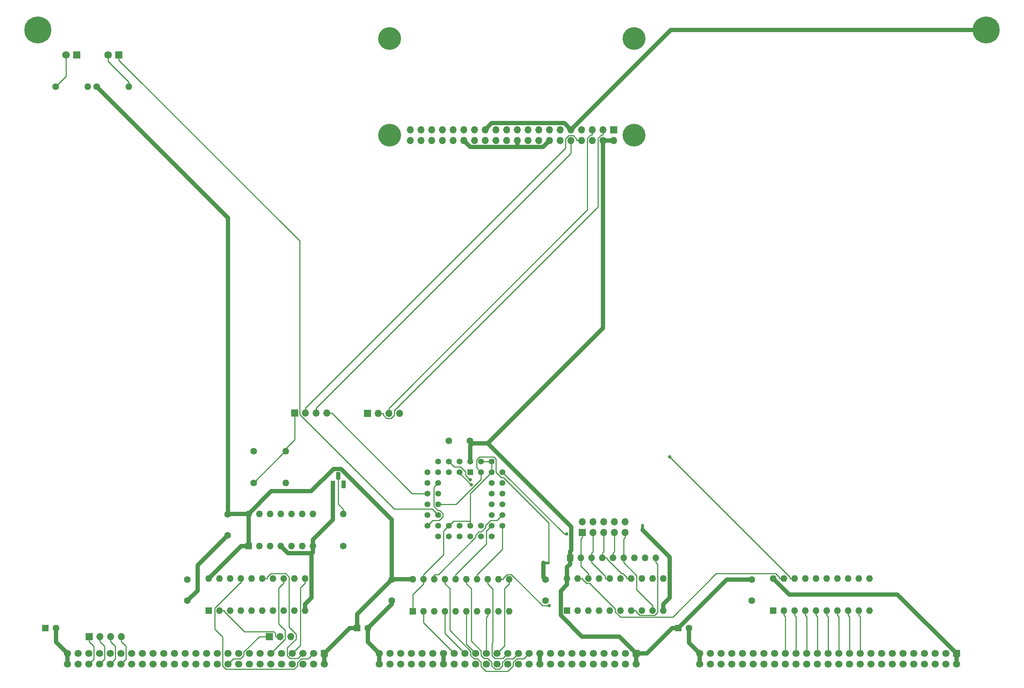
<source format=gbr>
%TF.GenerationSoftware,KiCad,Pcbnew,(6.0.11)*%
%TF.CreationDate,2023-10-14T11:52:56-04:00*%
%TF.ProjectId,input-output.SelfHost,696e7075-742d-46f7-9574-7075742e5365,rev?*%
%TF.SameCoordinates,Original*%
%TF.FileFunction,Copper,L2,Bot*%
%TF.FilePolarity,Positive*%
%FSLAX46Y46*%
G04 Gerber Fmt 4.6, Leading zero omitted, Abs format (unit mm)*
G04 Created by KiCad (PCBNEW (6.0.11)) date 2023-10-14 11:52:56*
%MOMM*%
%LPD*%
G01*
G04 APERTURE LIST*
G04 Aperture macros list*
%AMRoundRect*
0 Rectangle with rounded corners*
0 $1 Rounding radius*
0 $2 $3 $4 $5 $6 $7 $8 $9 X,Y pos of 4 corners*
0 Add a 4 corners polygon primitive as box body*
4,1,4,$2,$3,$4,$5,$6,$7,$8,$9,$2,$3,0*
0 Add four circle primitives for the rounded corners*
1,1,$1+$1,$2,$3*
1,1,$1+$1,$4,$5*
1,1,$1+$1,$6,$7*
1,1,$1+$1,$8,$9*
0 Add four rect primitives between the rounded corners*
20,1,$1+$1,$2,$3,$4,$5,0*
20,1,$1+$1,$4,$5,$6,$7,0*
20,1,$1+$1,$6,$7,$8,$9,0*
20,1,$1+$1,$8,$9,$2,$3,0*%
G04 Aperture macros list end*
%TA.AperFunction,ComponentPad*%
%ADD10C,6.400000*%
%TD*%
%TA.AperFunction,ComponentPad*%
%ADD11RoundRect,0.250000X-0.600000X0.600000X-0.600000X-0.600000X0.600000X-0.600000X0.600000X0.600000X0*%
%TD*%
%TA.AperFunction,ComponentPad*%
%ADD12C,1.700000*%
%TD*%
%TA.AperFunction,ComponentPad*%
%ADD13R,1.700000X1.700000*%
%TD*%
%TA.AperFunction,ComponentPad*%
%ADD14O,1.700000X1.700000*%
%TD*%
%TA.AperFunction,ComponentPad*%
%ADD15C,5.400000*%
%TD*%
%TA.AperFunction,ComponentPad*%
%ADD16C,1.600000*%
%TD*%
%TA.AperFunction,ComponentPad*%
%ADD17O,1.600000X1.600000*%
%TD*%
%TA.AperFunction,ComponentPad*%
%ADD18R,1.600000X1.600000*%
%TD*%
%TA.AperFunction,ComponentPad*%
%ADD19R,1.800000X1.800000*%
%TD*%
%TA.AperFunction,ComponentPad*%
%ADD20C,1.800000*%
%TD*%
%TA.AperFunction,ComponentPad*%
%ADD21C,0.600000*%
%TD*%
%TA.AperFunction,ComponentPad*%
%ADD22R,1.422400X1.422400*%
%TD*%
%TA.AperFunction,ComponentPad*%
%ADD23C,1.422400*%
%TD*%
%TA.AperFunction,ComponentPad*%
%ADD24R,1.100000X1.800000*%
%TD*%
%TA.AperFunction,ComponentPad*%
%ADD25RoundRect,0.275000X-0.275000X-0.625000X0.275000X-0.625000X0.275000X0.625000X-0.275000X0.625000X0*%
%TD*%
%TA.AperFunction,ViaPad*%
%ADD26C,0.800000*%
%TD*%
%TA.AperFunction,Conductor*%
%ADD27C,0.250000*%
%TD*%
%TA.AperFunction,Conductor*%
%ADD28C,1.000000*%
%TD*%
G04 APERTURE END LIST*
%TO.C,NT1*%
G36*
X161200000Y-201800000D02*
G01*
X160000000Y-201800000D01*
X160000000Y-201200000D01*
X161200000Y-201200000D01*
X161200000Y-201800000D01*
G37*
%TO.C,NT2*%
G36*
X183800000Y-193700000D02*
G01*
X183200000Y-193700000D01*
X183200000Y-192500000D01*
X183800000Y-192500000D01*
X183800000Y-193700000D01*
G37*
%TD*%
D10*
%TO.P,H2,1,1*%
%TO.N,GND*%
X265000000Y-75000000D03*
%TD*%
%TO.P,H1,1,1*%
%TO.N,GND*%
X40000000Y-75000000D03*
%TD*%
D11*
%TO.P,P2,1,Pin_1*%
%TO.N,VCC*%
X182000000Y-223000000D03*
D12*
%TO.P,P2,2,Pin_2*%
X182000000Y-225540000D03*
%TO.P,P2,3,Pin_3*%
%TO.N,/bus/A15*%
X179460000Y-223000000D03*
%TO.P,P2,4,Pin_4*%
%TO.N,/bus/A31*%
X179460000Y-225540000D03*
%TO.P,P2,5,Pin_5*%
%TO.N,/bus/A14*%
X176920000Y-223000000D03*
%TO.P,P2,6,Pin_6*%
%TO.N,/bus/A30*%
X176920000Y-225540000D03*
%TO.P,P2,7,Pin_7*%
%TO.N,/bus/A13*%
X174380000Y-223000000D03*
%TO.P,P2,8,Pin_8*%
%TO.N,/bus/A29*%
X174380000Y-225540000D03*
%TO.P,P2,9,Pin_9*%
%TO.N,/bus/A12*%
X171840000Y-223000000D03*
%TO.P,P2,10,Pin_10*%
%TO.N,/bus/A28*%
X171840000Y-225540000D03*
%TO.P,P2,11,Pin_11*%
%TO.N,/bus/A11*%
X169300000Y-223000000D03*
%TO.P,P2,12,Pin_12*%
%TO.N,/bus/A27*%
X169300000Y-225540000D03*
%TO.P,P2,13,Pin_13*%
%TO.N,/bus/A10*%
X166760000Y-223000000D03*
%TO.P,P2,14,Pin_14*%
%TO.N,/bus/A26*%
X166760000Y-225540000D03*
%TO.P,P2,15,Pin_15*%
%TO.N,/bus/A9*%
X164220000Y-223000000D03*
%TO.P,P2,16,Pin_16*%
%TO.N,/bus/A25*%
X164220000Y-225540000D03*
%TO.P,P2,17,Pin_17*%
%TO.N,/bus/A8*%
X161680000Y-223000000D03*
%TO.P,P2,18,Pin_18*%
%TO.N,/bus/A24*%
X161680000Y-225540000D03*
%TO.P,P2,19,Pin_19*%
%TO.N,+12V*%
X159140000Y-223000000D03*
%TO.P,P2,20,Pin_20*%
X159140000Y-225540000D03*
%TO.P,P2,21,Pin_21*%
%TO.N,A7*%
X156600000Y-223000000D03*
%TO.P,P2,22,Pin_22*%
%TO.N,/bus/A23*%
X156600000Y-225540000D03*
%TO.P,P2,23,Pin_23*%
%TO.N,A6*%
X154060000Y-223000000D03*
%TO.P,P2,24,Pin_24*%
%TO.N,/bus/A22*%
X154060000Y-225540000D03*
%TO.P,P2,25,Pin_25*%
%TO.N,A5*%
X151520000Y-223000000D03*
%TO.P,P2,26,Pin_26*%
%TO.N,/bus/A21*%
X151520000Y-225540000D03*
%TO.P,P2,27,Pin_27*%
%TO.N,A4*%
X148980000Y-223000000D03*
%TO.P,P2,28,Pin_28*%
%TO.N,/bus/A20*%
X148980000Y-225540000D03*
%TO.P,P2,29,Pin_29*%
%TO.N,A3*%
X146440000Y-223000000D03*
%TO.P,P2,30,Pin_30*%
%TO.N,/bus/A19*%
X146440000Y-225540000D03*
%TO.P,P2,31,Pin_31*%
%TO.N,A2*%
X143900000Y-223000000D03*
%TO.P,P2,32,Pin_32*%
%TO.N,/bus/A18*%
X143900000Y-225540000D03*
%TO.P,P2,33,Pin_33*%
%TO.N,A1*%
X141360000Y-223000000D03*
%TO.P,P2,34,Pin_34*%
%TO.N,/bus/A17*%
X141360000Y-225540000D03*
%TO.P,P2,35,Pin_35*%
%TO.N,A0*%
X138820000Y-223000000D03*
%TO.P,P2,36,Pin_36*%
%TO.N,/bus/A16*%
X138820000Y-225540000D03*
%TO.P,P2,37,Pin_37*%
%TO.N,-12V*%
X136280000Y-223000000D03*
%TO.P,P2,38,Pin_38*%
X136280000Y-225540000D03*
%TO.P,P2,39,Pin_39*%
%TO.N,/bus/IC3*%
X133740000Y-223000000D03*
%TO.P,P2,40,Pin_40*%
%TO.N,/bus/~{TEND1}*%
X133740000Y-225540000D03*
%TO.P,P2,41,Pin_41*%
%TO.N,/bus/IC2*%
X131200000Y-223000000D03*
%TO.P,P2,42,Pin_42*%
%TO.N,/bus/~{DREQ1}*%
X131200000Y-225540000D03*
%TO.P,P2,43,Pin_43*%
%TO.N,/bus/IC1*%
X128660000Y-223000000D03*
%TO.P,P2,44,Pin_44*%
%TO.N,/bus/~{TEND0}*%
X128660000Y-225540000D03*
%TO.P,P2,45,Pin_45*%
%TO.N,/bus/IC0*%
X126120000Y-223000000D03*
%TO.P,P2,46,Pin_46*%
%TO.N,/bus/~{DREQ0}*%
X126120000Y-225540000D03*
%TO.P,P2,47,Pin_47*%
%TO.N,/bus/AUXCLK1*%
X123580000Y-223000000D03*
%TO.P,P2,48,Pin_48*%
%TO.N,/bus/AUXCLK0*%
X123580000Y-225540000D03*
%TO.P,P2,49,Pin_49*%
%TO.N,GND*%
X121040000Y-223000000D03*
%TO.P,P2,50,Pin_50*%
X121040000Y-225540000D03*
%TD*%
D11*
%TO.P,P3,1,Pin_1*%
%TO.N,VCC*%
X258000000Y-223000000D03*
D12*
%TO.P,P3,2,Pin_2*%
X258000000Y-225540000D03*
%TO.P,P3,3,Pin_3*%
%TO.N,/bus/D15*%
X255460000Y-223000000D03*
%TO.P,P3,4,Pin_4*%
%TO.N,/bus/D31*%
X255460000Y-225540000D03*
%TO.P,P3,5,Pin_5*%
%TO.N,/bus/D14*%
X252920000Y-223000000D03*
%TO.P,P3,6,Pin_6*%
%TO.N,/bus/D30*%
X252920000Y-225540000D03*
%TO.P,P3,7,Pin_7*%
%TO.N,/bus/D13*%
X250380000Y-223000000D03*
%TO.P,P3,8,Pin_8*%
%TO.N,/bus/D29*%
X250380000Y-225540000D03*
%TO.P,P3,9,Pin_9*%
%TO.N,/bus/D12*%
X247840000Y-223000000D03*
%TO.P,P3,10,Pin_10*%
%TO.N,/bus/D28*%
X247840000Y-225540000D03*
%TO.P,P3,11,Pin_11*%
%TO.N,/bus/D11*%
X245300000Y-223000000D03*
%TO.P,P3,12,Pin_12*%
%TO.N,/bus/D27*%
X245300000Y-225540000D03*
%TO.P,P3,13,Pin_13*%
%TO.N,/bus/D10*%
X242760000Y-223000000D03*
%TO.P,P3,14,Pin_14*%
%TO.N,/bus/D26*%
X242760000Y-225540000D03*
%TO.P,P3,15,Pin_15*%
%TO.N,/bus/D9*%
X240220000Y-223000000D03*
%TO.P,P3,16,Pin_16*%
%TO.N,/bus/D25*%
X240220000Y-225540000D03*
%TO.P,P3,17,Pin_17*%
%TO.N,/bus/D8*%
X237680000Y-223000000D03*
%TO.P,P3,18,Pin_18*%
%TO.N,/bus/D24*%
X237680000Y-225540000D03*
%TO.P,P3,19,Pin_19*%
%TO.N,D7*%
X235140000Y-223000000D03*
%TO.P,P3,20,Pin_20*%
%TO.N,/bus/D23*%
X235140000Y-225540000D03*
%TO.P,P3,21,Pin_21*%
%TO.N,D6*%
X232600000Y-223000000D03*
%TO.P,P3,22,Pin_22*%
%TO.N,/bus/D22*%
X232600000Y-225540000D03*
%TO.P,P3,23,Pin_23*%
%TO.N,D5*%
X230060000Y-223000000D03*
%TO.P,P3,24,Pin_24*%
%TO.N,/bus/D21*%
X230060000Y-225540000D03*
%TO.P,P3,25,Pin_25*%
%TO.N,D4*%
X227520000Y-223000000D03*
%TO.P,P3,26,Pin_26*%
%TO.N,/bus/D20*%
X227520000Y-225540000D03*
%TO.P,P3,27,Pin_27*%
%TO.N,D3*%
X224980000Y-223000000D03*
%TO.P,P3,28,Pin_28*%
%TO.N,/bus/D19*%
X224980000Y-225540000D03*
%TO.P,P3,29,Pin_29*%
%TO.N,D2*%
X222440000Y-223000000D03*
%TO.P,P3,30,Pin_30*%
%TO.N,/bus/D18*%
X222440000Y-225540000D03*
%TO.P,P3,31,Pin_31*%
%TO.N,D1*%
X219900000Y-223000000D03*
%TO.P,P3,32,Pin_32*%
%TO.N,/bus/D17*%
X219900000Y-225540000D03*
%TO.P,P3,33,Pin_33*%
%TO.N,D0*%
X217360000Y-223000000D03*
%TO.P,P3,34,Pin_34*%
%TO.N,/bus/D16*%
X217360000Y-225540000D03*
%TO.P,P3,35,Pin_35*%
%TO.N,/bus/~{BUSERR}*%
X214820000Y-223000000D03*
%TO.P,P3,36,Pin_36*%
%TO.N,/bus/UDS*%
X214820000Y-225540000D03*
%TO.P,P3,37,Pin_37*%
%TO.N,/bus/~{VPA}*%
X212280000Y-223000000D03*
%TO.P,P3,38,Pin_38*%
%TO.N,/bus/LDS*%
X212280000Y-225540000D03*
%TO.P,P3,39,Pin_39*%
%TO.N,/bus/~{VMA}*%
X209740000Y-223000000D03*
%TO.P,P3,40,Pin_40*%
%TO.N,/bus/S2*%
X209740000Y-225540000D03*
%TO.P,P3,41,Pin_41*%
%TO.N,/bus/~{BHE}*%
X207200000Y-223000000D03*
%TO.P,P3,42,Pin_42*%
%TO.N,/bus/S1*%
X207200000Y-225540000D03*
%TO.P,P3,43,Pin_43*%
%TO.N,/bus/IPL2*%
X204660000Y-223000000D03*
%TO.P,P3,44,Pin_44*%
%TO.N,/bus/S0*%
X204660000Y-225540000D03*
%TO.P,P3,45,Pin_45*%
%TO.N,/bus/IPL1*%
X202120000Y-223000000D03*
%TO.P,P3,46,Pin_46*%
%TO.N,/bus/AUXCLK3*%
X202120000Y-225540000D03*
%TO.P,P3,47,Pin_47*%
%TO.N,/bus/IPL0*%
X199580000Y-223000000D03*
%TO.P,P3,48,Pin_48*%
%TO.N,/bus/AUXCLK2*%
X199580000Y-225540000D03*
%TO.P,P3,49,Pin_49*%
%TO.N,GND*%
X197040000Y-223000000D03*
%TO.P,P3,50,Pin_50*%
X197040000Y-225540000D03*
%TD*%
D11*
%TO.P,P1,1,Pin_1*%
%TO.N,VCC*%
X108000000Y-223000000D03*
D12*
%TO.P,P1,2,Pin_2*%
X108000000Y-225540000D03*
%TO.P,P1,3,Pin_3*%
%TO.N,~{RD}*%
X105460000Y-223000000D03*
%TO.P,P1,4,Pin_4*%
%TO.N,/bus/E*%
X105460000Y-225540000D03*
%TO.P,P1,5,Pin_5*%
%TO.N,~{WR}*%
X102920000Y-223000000D03*
%TO.P,P1,6,Pin_6*%
%TO.N,/bus/ST*%
X102920000Y-225540000D03*
%TO.P,P1,7,Pin_7*%
%TO.N,~{IORQ}*%
X100380000Y-223000000D03*
%TO.P,P1,8,Pin_8*%
%TO.N,/bus/PHI*%
X100380000Y-225540000D03*
%TO.P,P1,9,Pin_9*%
%TO.N,/bus/~{MREQ}*%
X97840000Y-223000000D03*
%TO.P,P1,10,Pin_10*%
%TO.N,/bus/~{INT2}*%
X97840000Y-225540000D03*
%TO.P,P1,11,Pin_11*%
%TO.N,~{M1}*%
X95300000Y-223000000D03*
%TO.P,P1,12,Pin_12*%
%TO.N,/bus/~{INT1}*%
X95300000Y-225540000D03*
%TO.P,P1,13,Pin_13*%
%TO.N,/bus/~{BUSACK}*%
X92760000Y-223000000D03*
%TO.P,P1,14,Pin_14*%
%TO.N,/bus/CRUCLK*%
X92760000Y-225540000D03*
%TO.P,P1,15,Pin_15*%
%TO.N,/bus/CLK*%
X90220000Y-223000000D03*
%TO.P,P1,16,Pin_16*%
%TO.N,/bus/CRUOUT*%
X90220000Y-225540000D03*
%TO.P,P1,17,Pin_17*%
%TO.N,/bus/~{INT0}*%
X87680000Y-223000000D03*
%TO.P,P1,18,Pin_18*%
%TO.N,/bus/CRUIN*%
X87680000Y-225540000D03*
%TO.P,P1,19,Pin_19*%
%TO.N,/bus/~{NMI}*%
X85140000Y-223000000D03*
%TO.P,P1,20,Pin_20*%
%TO.N,~{RES_IN}*%
X85140000Y-225540000D03*
%TO.P,P1,21,Pin_21*%
%TO.N,~{RES_OUT}*%
X82600000Y-223000000D03*
%TO.P,P1,22,Pin_22*%
%TO.N,/bus/USER8*%
X82600000Y-225540000D03*
%TO.P,P1,23,Pin_23*%
%TO.N,/bus/~{BUSRQ}*%
X80060000Y-223000000D03*
%TO.P,P1,24,Pin_24*%
%TO.N,/bus/USER7*%
X80060000Y-225540000D03*
%TO.P,P1,25,Pin_25*%
%TO.N,/bus/~{WAIT}*%
X77520000Y-223000000D03*
%TO.P,P1,26,Pin_26*%
%TO.N,/bus/USER6*%
X77520000Y-225540000D03*
%TO.P,P1,27,Pin_27*%
%TO.N,/bus/~{HALT}*%
X74980000Y-223000000D03*
%TO.P,P1,28,Pin_28*%
%TO.N,/bus/USER5*%
X74980000Y-225540000D03*
%TO.P,P1,29,Pin_29*%
%TO.N,/bus/~{RFSH}*%
X72440000Y-223000000D03*
%TO.P,P1,30,Pin_30*%
%TO.N,/bus/USER4*%
X72440000Y-225540000D03*
%TO.P,P1,31,Pin_31*%
%TO.N,/bus/~{EIRQ7}*%
X69900000Y-223000000D03*
%TO.P,P1,32,Pin_32*%
%TO.N,/bus/USER3*%
X69900000Y-225540000D03*
%TO.P,P1,33,Pin_33*%
%TO.N,/bus/~{EIRQ6}*%
X67360000Y-223000000D03*
%TO.P,P1,34,Pin_34*%
%TO.N,/bus/USER2*%
X67360000Y-225540000D03*
%TO.P,P1,35,Pin_35*%
%TO.N,/bus/~{EIRQ5}*%
X64820000Y-223000000D03*
%TO.P,P1,36,Pin_36*%
%TO.N,/bus/USER1*%
X64820000Y-225540000D03*
%TO.P,P1,37,Pin_37*%
%TO.N,/bus/~{EIRQ4}*%
X62280000Y-223000000D03*
%TO.P,P1,38,Pin_38*%
%TO.N,/bus/USER0*%
X62280000Y-225540000D03*
%TO.P,P1,39,Pin_39*%
%TO.N,/bus/~{EIRQ3}*%
X59740000Y-223000000D03*
%TO.P,P1,40,Pin_40*%
%TO.N,~{BAI}*%
X59740000Y-225540000D03*
%TO.P,P1,41,Pin_41*%
%TO.N,/bus/~{EIRQ2}*%
X57200000Y-223000000D03*
%TO.P,P1,42,Pin_42*%
%TO.N,~{BAO}*%
X57200000Y-225540000D03*
%TO.P,P1,43,Pin_43*%
%TO.N,/bus/~{EIRQ1}*%
X54660000Y-223000000D03*
%TO.P,P1,44,Pin_44*%
%TO.N,~{IEI}*%
X54660000Y-225540000D03*
%TO.P,P1,45,Pin_45*%
%TO.N,/bus/~{EIRQ0}*%
X52120000Y-223000000D03*
%TO.P,P1,46,Pin_46*%
%TO.N,~{IEO}*%
X52120000Y-225540000D03*
%TO.P,P1,47,Pin_47*%
%TO.N,I2C_SCL*%
X49580000Y-223000000D03*
%TO.P,P1,48,Pin_48*%
%TO.N,I2C_SDA*%
X49580000Y-225540000D03*
%TO.P,P1,49,Pin_49*%
%TO.N,GND*%
X47040000Y-223000000D03*
%TO.P,P1,50,Pin_50*%
X47040000Y-225540000D03*
%TD*%
D13*
%TO.P,J1,1,Pin_1*%
%TO.N,unconnected-(J1-Pad1)*%
X176650000Y-98700000D03*
D14*
%TO.P,J1,2,Pin_2*%
%TO.N,VCC*%
X176650000Y-101240000D03*
%TO.P,J1,3,Pin_3*%
%TO.N,Net-(J1-Pad3)*%
X174110000Y-98700000D03*
%TO.P,J1,4,Pin_4*%
%TO.N,VCC*%
X174110000Y-101240000D03*
%TO.P,J1,5,Pin_5*%
%TO.N,Net-(J1-Pad5)*%
X171570000Y-98700000D03*
%TO.P,J1,6,Pin_6*%
%TO.N,GND*%
X171570000Y-101240000D03*
%TO.P,J1,7,Pin_7*%
%TO.N,unconnected-(J1-Pad7)*%
X169030000Y-98700000D03*
%TO.P,J1,8,Pin_8*%
%TO.N,Net-(J1-Pad8)*%
X169030000Y-101240000D03*
%TO.P,J1,9,Pin_9*%
%TO.N,GND*%
X166490000Y-98700000D03*
%TO.P,J1,10,Pin_10*%
%TO.N,Net-(J1-Pad10)*%
X166490000Y-101240000D03*
%TO.P,J1,11,Pin_11*%
%TO.N,unconnected-(J1-Pad11)*%
X163950000Y-98700000D03*
%TO.P,J1,12,Pin_12*%
%TO.N,unconnected-(J1-Pad12)*%
X163950000Y-101240000D03*
%TO.P,J1,13,Pin_13*%
%TO.N,unconnected-(J1-Pad13)*%
X161410000Y-98700000D03*
%TO.P,J1,14,Pin_14*%
%TO.N,GND*%
X161410000Y-101240000D03*
%TO.P,J1,15,Pin_15*%
%TO.N,unconnected-(J1-Pad15)*%
X158870000Y-98700000D03*
%TO.P,J1,16,Pin_16*%
%TO.N,unconnected-(J1-Pad16)*%
X158870000Y-101240000D03*
%TO.P,J1,17,Pin_17*%
%TO.N,unconnected-(J1-Pad17)*%
X156330000Y-98700000D03*
%TO.P,J1,18,Pin_18*%
%TO.N,unconnected-(J1-Pad18)*%
X156330000Y-101240000D03*
%TO.P,J1,19,Pin_19*%
%TO.N,unconnected-(J1-Pad19)*%
X153790000Y-98700000D03*
%TO.P,J1,20,Pin_20*%
%TO.N,GND*%
X153790000Y-101240000D03*
%TO.P,J1,21,Pin_21*%
%TO.N,unconnected-(J1-Pad21)*%
X151250000Y-98700000D03*
%TO.P,J1,22,Pin_22*%
%TO.N,unconnected-(J1-Pad22)*%
X151250000Y-101240000D03*
%TO.P,J1,23,Pin_23*%
%TO.N,unconnected-(J1-Pad23)*%
X148710000Y-98700000D03*
%TO.P,J1,24,Pin_24*%
%TO.N,unconnected-(J1-Pad24)*%
X148710000Y-101240000D03*
%TO.P,J1,25,Pin_25*%
%TO.N,GND*%
X146170000Y-98700000D03*
%TO.P,J1,26,Pin_26*%
%TO.N,unconnected-(J1-Pad26)*%
X146170000Y-101240000D03*
%TO.P,J1,27,Pin_27*%
%TO.N,unconnected-(J1-Pad27)*%
X143630000Y-98700000D03*
%TO.P,J1,28,Pin_28*%
%TO.N,unconnected-(J1-Pad28)*%
X143630000Y-101240000D03*
%TO.P,J1,29,Pin_29*%
%TO.N,unconnected-(J1-Pad29)*%
X141090000Y-98700000D03*
%TO.P,J1,30,Pin_30*%
%TO.N,GND*%
X141090000Y-101240000D03*
%TO.P,J1,31,Pin_31*%
%TO.N,unconnected-(J1-Pad31)*%
X138550000Y-98700000D03*
%TO.P,J1,32,Pin_32*%
%TO.N,unconnected-(J1-Pad32)*%
X138550000Y-101240000D03*
%TO.P,J1,33,Pin_33*%
%TO.N,unconnected-(J1-Pad33)*%
X136010000Y-98700000D03*
%TO.P,J1,34,Pin_34*%
%TO.N,GND*%
X136010000Y-101240000D03*
%TO.P,J1,35,Pin_35*%
%TO.N,unconnected-(J1-Pad35)*%
X133470000Y-98700000D03*
%TO.P,J1,36,Pin_36*%
%TO.N,unconnected-(J1-Pad36)*%
X133470000Y-101240000D03*
%TO.P,J1,37,Pin_37*%
%TO.N,unconnected-(J1-Pad37)*%
X130930000Y-98700000D03*
%TO.P,J1,38,Pin_38*%
%TO.N,unconnected-(J1-Pad38)*%
X130930000Y-101240000D03*
%TO.P,J1,39,Pin_39*%
%TO.N,GND*%
X128390000Y-98700000D03*
%TO.P,J1,40,Pin_40*%
%TO.N,unconnected-(J1-Pad40)*%
X128390000Y-101240000D03*
D15*
%TO.P,J1,41,MH*%
%TO.N,unconnected-(J1-Pad41)*%
X181500000Y-100000000D03*
%TO.P,J1,42,MH*%
%TO.N,unconnected-(J1-Pad42)*%
X123500000Y-100000000D03*
%TO.P,J1,43,MH*%
%TO.N,unconnected-(J1-Pad43)*%
X181500000Y-77000000D03*
%TO.P,J1,44,MH*%
%TO.N,unconnected-(J1-Pad44)*%
X123500000Y-77000000D03*
%TD*%
D16*
%TO.P,R2,1*%
%TO.N,/UART/TX*%
X91190000Y-175000000D03*
D17*
%TO.P,R2,2*%
%TO.N,TX-3.3*%
X98810000Y-175000000D03*
%TD*%
D18*
%TO.P,C22,1*%
%TO.N,VCC*%
X115794900Y-217000000D03*
D16*
%TO.P,C22,2*%
%TO.N,GND*%
X118294900Y-217000000D03*
%TD*%
%TO.P,C10,1*%
%TO.N,VCC*%
X142500000Y-172500000D03*
%TO.P,C10,2*%
%TO.N,GND*%
X137500000Y-172500000D03*
%TD*%
D13*
%TO.P,J2,1,Pin_1*%
%TO.N,I2C_SDA*%
X118200000Y-166000000D03*
D14*
%TO.P,J2,2,Pin_2*%
%TO.N,Net-(J1-Pad3)*%
X120740000Y-166000000D03*
%TO.P,J2,3,Pin_3*%
%TO.N,Net-(J1-Pad5)*%
X123280000Y-166000000D03*
%TO.P,J2,4,Pin_4*%
%TO.N,I2C_SCL*%
X125820000Y-166000000D03*
%TD*%
D19*
%TO.P,D1,1,K*%
%TO.N,GND*%
X49250000Y-80950000D03*
D20*
%TO.P,D1,2,A*%
%TO.N,Net-(D1-Pad2)*%
X46710000Y-80950000D03*
%TD*%
D16*
%TO.P,C14,1*%
%TO.N,VCC*%
X160500000Y-205500000D03*
%TO.P,C14,2*%
%TO.N,GND*%
X160500000Y-210500000D03*
%TD*%
D18*
%TO.P,C20,1*%
%TO.N,VCC*%
X192000000Y-217000000D03*
D16*
%TO.P,C20,2*%
%TO.N,GND*%
X194500000Y-217000000D03*
%TD*%
D18*
%TO.P,U21,1,G*%
%TO.N,~{bIORQ}*%
X165575000Y-212800000D03*
D17*
%TO.P,U21,2,P0*%
%TO.N,~{bM1}*%
X168115000Y-212800000D03*
%TO.P,U21,3,R0*%
%TO.N,Net-(RN1-Pad9)*%
X170655000Y-212800000D03*
%TO.P,U21,4,P1*%
X173195000Y-212800000D03*
%TO.P,U21,5,R1*%
X175735000Y-212800000D03*
%TO.P,U21,6,P2*%
X178275000Y-212800000D03*
%TO.P,U21,7,R2*%
X180815000Y-212800000D03*
%TO.P,U21,8,P3*%
%TO.N,bA3*%
X183355000Y-212800000D03*
%TO.P,U21,9,R3*%
%TO.N,Net-(RN1-Pad6)*%
X185895000Y-212800000D03*
%TO.P,U21,10,GND*%
%TO.N,GND*%
X188435000Y-212800000D03*
%TO.P,U21,11,P4*%
%TO.N,bA4*%
X188435000Y-205180000D03*
%TO.P,U21,12,R4*%
%TO.N,Net-(RN1-Pad5)*%
X185895000Y-205180000D03*
%TO.P,U21,13,P5*%
%TO.N,bA5*%
X183355000Y-205180000D03*
%TO.P,U21,14,R5*%
%TO.N,Net-(RN1-Pad4)*%
X180815000Y-205180000D03*
%TO.P,U21,15,P6*%
%TO.N,bA6*%
X178275000Y-205180000D03*
%TO.P,U21,16,R6*%
%TO.N,Net-(RN1-Pad3)*%
X175735000Y-205180000D03*
%TO.P,U21,17,P7*%
%TO.N,bA7*%
X173195000Y-205180000D03*
%TO.P,U21,18,R7*%
%TO.N,Net-(RN1-Pad2)*%
X170655000Y-205180000D03*
%TO.P,U21,19,P=R*%
%TO.N,~{CS-UART}*%
X168115000Y-205180000D03*
%TO.P,U21,20,VCC*%
%TO.N,VCC*%
X165575000Y-205180000D03*
%TD*%
D16*
%TO.P,C9,1*%
%TO.N,VCC*%
X85000000Y-190000000D03*
%TO.P,C9,2*%
%TO.N,GND*%
X85000000Y-195000000D03*
%TD*%
D13*
%TO.P,J9,1,Pin_1*%
%TO.N,~{RES_IN}*%
X94975000Y-219000000D03*
D14*
%TO.P,J9,2,Pin_2*%
%TO.N,Net-(J9-Pad2)*%
X97515000Y-219000000D03*
%TO.P,J9,3,Pin_3*%
%TO.N,~{RES_OUT}*%
X100055000Y-219000000D03*
%TD*%
D16*
%TO.P,R1,1*%
%TO.N,Net-(D1-Pad2)*%
X44190000Y-88500000D03*
D17*
%TO.P,R1,2*%
%TO.N,VCC*%
X51810000Y-88500000D03*
%TD*%
D18*
%TO.P,U14,1,A->B*%
%TO.N,~{RD}*%
X214500000Y-212800000D03*
D17*
%TO.P,U14,2,A0*%
%TO.N,D0*%
X217040000Y-212800000D03*
%TO.P,U14,3,A1*%
%TO.N,D1*%
X219580000Y-212800000D03*
%TO.P,U14,4,A2*%
%TO.N,D2*%
X222120000Y-212800000D03*
%TO.P,U14,5,A3*%
%TO.N,D3*%
X224660000Y-212800000D03*
%TO.P,U14,6,A4*%
%TO.N,D4*%
X227200000Y-212800000D03*
%TO.P,U14,7,A5*%
%TO.N,D5*%
X229740000Y-212800000D03*
%TO.P,U14,8,A6*%
%TO.N,D6*%
X232280000Y-212800000D03*
%TO.P,U14,9,A7*%
%TO.N,D7*%
X234820000Y-212800000D03*
%TO.P,U14,10,GND*%
%TO.N,GND*%
X237360000Y-212800000D03*
%TO.P,U14,11,B7*%
%TO.N,bD7*%
X237360000Y-205180000D03*
%TO.P,U14,12,B6*%
%TO.N,bD6*%
X234820000Y-205180000D03*
%TO.P,U14,13,B5*%
%TO.N,bD5*%
X232280000Y-205180000D03*
%TO.P,U14,14,B4*%
%TO.N,bD4*%
X229740000Y-205180000D03*
%TO.P,U14,15,B3*%
%TO.N,bD3*%
X227200000Y-205180000D03*
%TO.P,U14,16,B2*%
%TO.N,bD2*%
X224660000Y-205180000D03*
%TO.P,U14,17,B1*%
%TO.N,bD1*%
X222120000Y-205180000D03*
%TO.P,U14,18,B0*%
%TO.N,bD0*%
X219580000Y-205180000D03*
%TO.P,U14,19,CE*%
%TO.N,~{CS-UART}*%
X217040000Y-205180000D03*
%TO.P,U14,20,VCC*%
%TO.N,VCC*%
X214500000Y-205180000D03*
%TD*%
D16*
%TO.P,R4,1*%
%TO.N,~{bRESET}*%
X112500000Y-197500000D03*
D17*
%TO.P,R4,2*%
%TO.N,Net-(Q1-Pad2)*%
X112500000Y-189880000D03*
%TD*%
D18*
%TO.P,C21,1*%
%TO.N,VCC*%
X41794900Y-217000000D03*
D16*
%TO.P,C21,2*%
%TO.N,GND*%
X44294900Y-217000000D03*
%TD*%
%TO.P,R5,1*%
%TO.N,VCC*%
X54000000Y-88500000D03*
D17*
%TO.P,R5,2*%
%TO.N,Net-(D2-Pad2)*%
X61620000Y-88500000D03*
%TD*%
D16*
%TO.P,C12,1*%
%TO.N,VCC*%
X124000000Y-205500000D03*
%TO.P,C12,2*%
%TO.N,GND*%
X124000000Y-210500000D03*
%TD*%
D21*
%TO.P,NT1,1,1*%
%TO.N,VCC*%
X160000000Y-201500000D03*
%TO.P,NT1,2,2*%
%TO.N,ONE*%
X161200000Y-201500000D03*
%TD*%
D13*
%TO.P,P4,1,Pin_1*%
%TO.N,~{IEO}*%
X52200000Y-219000000D03*
D14*
%TO.P,P4,2,Pin_2*%
%TO.N,~{IEI}*%
X54740000Y-219000000D03*
%TO.P,P4,3,Pin_3*%
%TO.N,~{BAO}*%
X57280000Y-219000000D03*
%TO.P,P4,4,Pin_4*%
%TO.N,~{BAI}*%
X59820000Y-219000000D03*
%TD*%
D16*
%TO.P,R3,1*%
%TO.N,TX-3.3*%
X91190000Y-182500000D03*
D17*
%TO.P,R3,2*%
%TO.N,GND*%
X98810000Y-182500000D03*
%TD*%
D13*
%TO.P,SW1,1,Pin_1*%
%TO.N,Net-(RN1-Pad2)*%
X169200000Y-194275000D03*
D14*
%TO.P,SW1,2,Pin_2*%
%TO.N,ZERO*%
X169200000Y-191735000D03*
%TO.P,SW1,3,Pin_3*%
%TO.N,Net-(RN1-Pad3)*%
X171740000Y-194275000D03*
%TO.P,SW1,4,Pin_4*%
%TO.N,ZERO*%
X171740000Y-191735000D03*
%TO.P,SW1,5,Pin_5*%
%TO.N,Net-(RN1-Pad4)*%
X174280000Y-194275000D03*
%TO.P,SW1,6,Pin_6*%
%TO.N,ZERO*%
X174280000Y-191735000D03*
%TO.P,SW1,7,Pin_7*%
%TO.N,Net-(RN1-Pad5)*%
X176820000Y-194275000D03*
%TO.P,SW1,8,Pin_8*%
%TO.N,ZERO*%
X176820000Y-191735000D03*
%TO.P,SW1,9,Pin_9*%
%TO.N,Net-(RN1-Pad6)*%
X179360000Y-194275000D03*
%TO.P,SW1,10,Pin_10*%
%TO.N,ZERO*%
X179360000Y-191735000D03*
%TD*%
D16*
%TO.P,C17,1*%
%TO.N,VCC*%
X75500000Y-205500000D03*
%TO.P,C17,2*%
%TO.N,GND*%
X75500000Y-210500000D03*
%TD*%
D21*
%TO.P,NT2,1,1*%
%TO.N,GND*%
X183500000Y-193700000D03*
%TO.P,NT2,2,2*%
%TO.N,ZERO*%
X183500000Y-192500000D03*
%TD*%
D18*
%TO.P,U2,1,Pin_1*%
%TO.N,VCC*%
X90000000Y-197500000D03*
D17*
%TO.P,U2,2,Pin_2*%
%TO.N,unconnected-(U2-Pad2)*%
X92540000Y-197500000D03*
%TO.P,U2,3,Pin_3*%
%TO.N,unconnected-(U2-Pad3)*%
X95080000Y-197500000D03*
%TO.P,U2,4,Pin_4*%
%TO.N,GND*%
X97620000Y-197500000D03*
%TO.P,U2,5,Pin_5*%
%TO.N,unconnected-(U2-Pad5)*%
X100160000Y-197500000D03*
%TO.P,U2,6,Pin_6*%
%TO.N,unconnected-(U2-Pad6)*%
X102700000Y-197500000D03*
%TO.P,U2,7,Pin_7*%
%TO.N,GND*%
X105240000Y-197500000D03*
%TO.P,U2,8,Pin_8*%
%TO.N,UART-CLK*%
X105240000Y-189880000D03*
%TO.P,U2,9,Pin_9*%
%TO.N,unconnected-(U2-Pad9)*%
X102700000Y-189880000D03*
%TO.P,U2,10,Pin_10*%
%TO.N,unconnected-(U2-Pad10)*%
X100160000Y-189880000D03*
%TO.P,U2,11,Pin_11*%
%TO.N,UART-CLK*%
X97620000Y-189880000D03*
%TO.P,U2,12,Pin_12*%
%TO.N,unconnected-(U2-Pad12)*%
X95080000Y-189880000D03*
%TO.P,U2,13,Pin_13*%
%TO.N,unconnected-(U2-Pad13)*%
X92540000Y-189880000D03*
%TO.P,U2,14,Pin_14*%
%TO.N,VCC*%
X90000000Y-189880000D03*
%TD*%
D18*
%TO.P,U13,1,OEa*%
%TO.N,ZERO*%
X129000000Y-213000000D03*
D17*
%TO.P,U13,2,I0a*%
%TO.N,A0*%
X131540000Y-213000000D03*
%TO.P,U13,3,O3b*%
%TO.N,bA7*%
X134080000Y-213000000D03*
%TO.P,U13,4,I1a*%
%TO.N,A1*%
X136620000Y-213000000D03*
%TO.P,U13,5,O2b*%
%TO.N,bA6*%
X139160000Y-213000000D03*
%TO.P,U13,6,I2a*%
%TO.N,A2*%
X141700000Y-213000000D03*
%TO.P,U13,7,O1b*%
%TO.N,bA5*%
X144240000Y-213000000D03*
%TO.P,U13,8,I3a*%
%TO.N,A3*%
X146780000Y-213000000D03*
%TO.P,U13,9,O0b*%
%TO.N,bA4*%
X149320000Y-213000000D03*
%TO.P,U13,10,GND*%
%TO.N,GND*%
X151860000Y-213000000D03*
%TO.P,U13,11,I0b*%
%TO.N,A4*%
X151860000Y-205380000D03*
%TO.P,U13,12,O3a*%
%TO.N,bA3*%
X149320000Y-205380000D03*
%TO.P,U13,13,I1b*%
%TO.N,A5*%
X146780000Y-205380000D03*
%TO.P,U13,14,O2a*%
%TO.N,bA2*%
X144240000Y-205380000D03*
%TO.P,U13,15,I2b*%
%TO.N,A6*%
X141700000Y-205380000D03*
%TO.P,U13,16,O1a*%
%TO.N,bA1*%
X139160000Y-205380000D03*
%TO.P,U13,17,I3b*%
%TO.N,A7*%
X136620000Y-205380000D03*
%TO.P,U13,18,O0a*%
%TO.N,bA0*%
X134080000Y-205380000D03*
%TO.P,U13,19,OEb*%
%TO.N,ZERO*%
X131540000Y-205380000D03*
%TO.P,U13,20,VCC*%
%TO.N,VCC*%
X129000000Y-205380000D03*
%TD*%
D13*
%TO.P,J3,1,Pin_1*%
%TO.N,TX-3.3*%
X100920000Y-165930000D03*
D14*
%TO.P,J3,2,Pin_2*%
%TO.N,Net-(J1-Pad8)*%
X103460000Y-165930000D03*
%TO.P,J3,3,Pin_3*%
%TO.N,Net-(J1-Pad10)*%
X106000000Y-165930000D03*
%TO.P,J3,4,Pin_4*%
%TO.N,RX-3.3*%
X108540000Y-165930000D03*
%TD*%
D18*
%TO.P,U15,1,OEa*%
%TO.N,ZERO*%
X80575000Y-212800000D03*
D17*
%TO.P,U15,2,I0a*%
%TO.N,Net-(J9-Pad2)*%
X83115000Y-212800000D03*
%TO.P,U15,3,O3b*%
%TO.N,~{bRD}*%
X85655000Y-212800000D03*
%TO.P,U15,4,I1a*%
%TO.N,unconnected-(U15-Pad4)*%
X88195000Y-212800000D03*
%TO.P,U15,5,O2b*%
%TO.N,~{bWR}*%
X90735000Y-212800000D03*
%TO.P,U15,6,I2a*%
%TO.N,unconnected-(U15-Pad6)*%
X93275000Y-212800000D03*
%TO.P,U15,7,O1b*%
%TO.N,~{bM1}*%
X95815000Y-212800000D03*
%TO.P,U15,8,I3a*%
%TO.N,unconnected-(U15-Pad8)*%
X98355000Y-212800000D03*
%TO.P,U15,9,O0b*%
%TO.N,~{bIORQ}*%
X100895000Y-212800000D03*
%TO.P,U15,10,GND*%
%TO.N,GND*%
X103435000Y-212800000D03*
%TO.P,U15,11,I0b*%
%TO.N,~{IORQ}*%
X103435000Y-205180000D03*
%TO.P,U15,12,O3a*%
%TO.N,unconnected-(U15-Pad12)*%
X100895000Y-205180000D03*
%TO.P,U15,13,I1b*%
%TO.N,~{M1}*%
X98355000Y-205180000D03*
%TO.P,U15,14,O2a*%
%TO.N,unconnected-(U15-Pad14)*%
X95815000Y-205180000D03*
%TO.P,U15,15,I2b*%
%TO.N,~{WR}*%
X93275000Y-205180000D03*
%TO.P,U15,16,O1a*%
%TO.N,unconnected-(U15-Pad16)*%
X90735000Y-205180000D03*
%TO.P,U15,17,I3b*%
%TO.N,~{RD}*%
X88195000Y-205180000D03*
%TO.P,U15,18,O0a*%
%TO.N,~{bRESET}*%
X85655000Y-205180000D03*
%TO.P,U15,19,OEb*%
%TO.N,ZERO*%
X83115000Y-205180000D03*
%TO.P,U15,20,VCC*%
%TO.N,VCC*%
X80575000Y-205180000D03*
%TD*%
D16*
%TO.P,C5,1*%
%TO.N,VCC*%
X209425000Y-205500000D03*
%TO.P,C5,2*%
%TO.N,GND*%
X209425000Y-210500000D03*
%TD*%
D22*
%TO.P,U3,1,nc*%
%TO.N,unconnected-(U3-Pad1)*%
X142620000Y-179960000D03*
D23*
%TO.P,U3,2,D0*%
%TO.N,bD0*%
X140080000Y-177420000D03*
%TO.P,U3,3,D1*%
%TO.N,bD1*%
X140080000Y-179960000D03*
%TO.P,U3,4,D2*%
%TO.N,bD2*%
X137540000Y-177420000D03*
%TO.P,U3,5,D3*%
%TO.N,bD3*%
X137540000Y-179960000D03*
%TO.P,U3,6,D4*%
%TO.N,bD4*%
X135000000Y-177420000D03*
%TO.P,U3,7,D5*%
%TO.N,bD5*%
X132460000Y-179960000D03*
%TO.P,U3,8,D6*%
%TO.N,bD6*%
X135000000Y-179960000D03*
%TO.P,U3,9,D7*%
%TO.N,bD7*%
X132460000Y-182500000D03*
%TO.P,U3,10,RCLK*%
%TO.N,Net-(U3-Pad10)*%
X135000000Y-182500000D03*
%TO.P,U3,11,SIN*%
%TO.N,RX-3.3*%
X132460000Y-185040000D03*
%TO.P,U3,12,nc*%
%TO.N,unconnected-(U3-Pad12)*%
X135000000Y-185040000D03*
%TO.P,U3,13,SOUT*%
%TO.N,/UART/TX*%
X132460000Y-187580000D03*
%TO.P,U3,14,CS0*%
%TO.N,ONE*%
X135000000Y-187580000D03*
%TO.P,U3,15,CS1*%
X132460000Y-190120000D03*
%TO.P,U3,16,~{CS2}*%
%TO.N,~{CS-UART}*%
X135000000Y-190120000D03*
%TO.P,U3,17,~{BAUDOUT}*%
%TO.N,Net-(U3-Pad10)*%
X132460000Y-192660000D03*
%TO.P,U3,18,XIN*%
%TO.N,UART-CLK*%
X135000000Y-195200000D03*
%TO.P,U3,19,XOUT*%
%TO.N,unconnected-(U3-Pad19)*%
X135000000Y-192660000D03*
%TO.P,U3,20,~{WR}*%
%TO.N,~{bWR}*%
X137540000Y-195200000D03*
%TO.P,U3,21,WR*%
%TO.N,ZERO*%
X137540000Y-192660000D03*
%TO.P,U3,22,GND*%
%TO.N,GND*%
X140080000Y-195200000D03*
%TO.P,U3,23,nc*%
%TO.N,unconnected-(U3-Pad23)*%
X140080000Y-192660000D03*
%TO.P,U3,24,~{RD}*%
%TO.N,~{bRD}*%
X142620000Y-195200000D03*
%TO.P,U3,25,RD*%
%TO.N,ZERO*%
X142620000Y-192660000D03*
%TO.P,U3,26,DDIS*%
%TO.N,unconnected-(U3-Pad26)*%
X145160000Y-195200000D03*
%TO.P,U3,27,~{TXRDY}*%
%TO.N,unconnected-(U3-Pad27)*%
X145160000Y-192660000D03*
%TO.P,U3,28,~{ADS}*%
%TO.N,ZERO*%
X147700000Y-195200000D03*
%TO.P,U3,29,A2*%
%TO.N,bA2*%
X150240000Y-192660000D03*
%TO.P,U3,30,A1*%
%TO.N,bA1*%
X147700000Y-192660000D03*
%TO.P,U3,31,A0*%
%TO.N,bA0*%
X150240000Y-190120000D03*
%TO.P,U3,32,~{RXRDY}*%
%TO.N,unconnected-(U3-Pad32)*%
X147700000Y-190120000D03*
%TO.P,U3,33,INTR*%
%TO.N,unconnected-(U3-Pad33)*%
X150240000Y-187580000D03*
%TO.P,U3,34,nc*%
%TO.N,unconnected-(U3-Pad34)*%
X147700000Y-187580000D03*
%TO.P,U3,35,~{OUT2}*%
%TO.N,unconnected-(U3-Pad35)*%
X150240000Y-185040000D03*
%TO.P,U3,36,~{RTS}*%
%TO.N,unconnected-(U3-Pad36)*%
X147700000Y-185040000D03*
%TO.P,U3,37,~{DTR}*%
%TO.N,unconnected-(U3-Pad37)*%
X150240000Y-182500000D03*
%TO.P,U3,38,~{OUT1}*%
%TO.N,unconnected-(U3-Pad38)*%
X147700000Y-182500000D03*
%TO.P,U3,39,MR*%
%TO.N,RESET*%
X150240000Y-179960000D03*
%TO.P,U3,40,~{CTS}*%
%TO.N,ZERO*%
X147700000Y-177420000D03*
%TO.P,U3,41,~{DSR}*%
X147700000Y-179960000D03*
%TO.P,U3,42,~{DCD}*%
X145160000Y-177420000D03*
%TO.P,U3,43,~{RI}*%
%TO.N,ONE*%
X145160000Y-179960000D03*
%TO.P,U3,44,VCC*%
%TO.N,VCC*%
X142620000Y-177420000D03*
%TD*%
D18*
%TO.P,RN1,1,common*%
%TO.N,VCC*%
X166295000Y-200305000D03*
D17*
%TO.P,RN1,2,R1*%
%TO.N,Net-(RN1-Pad2)*%
X168835000Y-200305000D03*
%TO.P,RN1,3,R2*%
%TO.N,Net-(RN1-Pad3)*%
X171375000Y-200305000D03*
%TO.P,RN1,4,R3*%
%TO.N,Net-(RN1-Pad4)*%
X173915000Y-200305000D03*
%TO.P,RN1,5,R4*%
%TO.N,Net-(RN1-Pad5)*%
X176455000Y-200305000D03*
%TO.P,RN1,6,R5*%
%TO.N,Net-(RN1-Pad6)*%
X178995000Y-200305000D03*
%TO.P,RN1,7,R6*%
%TO.N,unconnected-(RN1-Pad7)*%
X181535000Y-200305000D03*
%TO.P,RN1,8,R7*%
%TO.N,RESET*%
X184075000Y-200305000D03*
%TO.P,RN1,9,R8*%
%TO.N,Net-(RN1-Pad9)*%
X186615000Y-200305000D03*
%TD*%
D19*
%TO.P,D2,1,K*%
%TO.N,~{CS-UART}*%
X59250000Y-80950000D03*
D20*
%TO.P,D2,2,A*%
%TO.N,Net-(D2-Pad2)*%
X56710000Y-80950000D03*
%TD*%
D24*
%TO.P,Q1,1,E*%
%TO.N,GND*%
X110000000Y-182900000D03*
D25*
%TO.P,Q1,2,B*%
%TO.N,Net-(Q1-Pad2)*%
X111270000Y-180830000D03*
%TO.P,Q1,3,C*%
%TO.N,RESET*%
X112540000Y-182900000D03*
%TD*%
D26*
%TO.N,RESET*%
X165498000Y-194636400D03*
%TO.N,bA3*%
X161336100Y-211674700D03*
%TO.N,bD0*%
X189932300Y-176376300D03*
%TO.N,bD1*%
X142826800Y-182984200D03*
%TO.N,bD2*%
X142600300Y-181731500D03*
%TD*%
D27*
%TO.N,Net-(J1-Pad10)*%
X166490000Y-104264700D02*
X106000000Y-164754700D01*
X166490000Y-101240000D02*
X166490000Y-104264700D01*
X106000000Y-165930000D02*
X106000000Y-164754700D01*
%TO.N,Net-(J1-Pad8)*%
X165220000Y-102994700D02*
X103460000Y-164754700D01*
X165220000Y-100809000D02*
X165220000Y-102994700D01*
X165964400Y-100064600D02*
X165220000Y-100809000D01*
X167046600Y-100064600D02*
X165964400Y-100064600D01*
X167854700Y-100872700D02*
X167046600Y-100064600D01*
X167854700Y-101240000D02*
X167854700Y-100872700D01*
X169030000Y-101240000D02*
X167854700Y-101240000D01*
X103460000Y-165930000D02*
X103460000Y-164754700D01*
%TO.N,Net-(J1-Pad5)*%
X170394700Y-117710000D02*
X123280000Y-164824700D01*
X170394700Y-100683200D02*
X170394700Y-117710000D01*
X171202600Y-99875300D02*
X170394700Y-100683200D01*
X171570000Y-99875300D02*
X171202600Y-99875300D01*
X171570000Y-98700000D02*
X171570000Y-99875300D01*
X123280000Y-166000000D02*
X123280000Y-164824700D01*
%TO.N,Net-(J1-Pad3)*%
X121915300Y-166367400D02*
X121915300Y-166000000D01*
X122723200Y-167175300D02*
X121915300Y-166367400D01*
X123795400Y-167175300D02*
X122723200Y-167175300D01*
X124550000Y-166420700D02*
X123795400Y-167175300D01*
X124550000Y-165369800D02*
X124550000Y-166420700D01*
X172934700Y-116985100D02*
X124550000Y-165369800D01*
X172934700Y-100683200D02*
X172934700Y-116985100D01*
X173742600Y-99875300D02*
X172934700Y-100683200D01*
X174110000Y-99875300D02*
X173742600Y-99875300D01*
X174110000Y-98700000D02*
X174110000Y-99875300D01*
X120740000Y-166000000D02*
X121915300Y-166000000D01*
%TO.N,Net-(D2-Pad2)*%
X56710000Y-82464700D02*
X61620000Y-87374700D01*
X56710000Y-80950000D02*
X56710000Y-82464700D01*
X61620000Y-88500000D02*
X61620000Y-87374700D01*
%TO.N,Net-(RN1-Pad6)*%
X179360000Y-194275000D02*
X179360000Y-195450300D01*
X178995000Y-195815300D02*
X178995000Y-200305000D01*
X179360000Y-195450300D02*
X178995000Y-195815300D01*
X182085000Y-207864700D02*
X185895000Y-211674700D01*
X182085000Y-204520300D02*
X182085000Y-207864700D01*
X178995000Y-201430300D02*
X182085000Y-204520300D01*
X178995000Y-200305000D02*
X178995000Y-201430300D01*
X185895000Y-212800000D02*
X185895000Y-211674700D01*
%TO.N,Net-(J9-Pad2)*%
X96339700Y-218191900D02*
X96339700Y-219000000D01*
X95972500Y-217824700D02*
X96339700Y-218191900D01*
X88983600Y-217824700D02*
X95972500Y-217824700D01*
X84240300Y-213081400D02*
X88983600Y-217824700D01*
X84240300Y-212800000D02*
X84240300Y-213081400D01*
X83115000Y-212800000D02*
X84240300Y-212800000D01*
X97515000Y-219000000D02*
X96339700Y-219000000D01*
%TO.N,~{IEO}*%
X53315600Y-224344400D02*
X52120000Y-225540000D01*
X53315600Y-221290900D02*
X53315600Y-224344400D01*
X52200000Y-220175300D02*
X53315600Y-221290900D01*
X52200000Y-219000000D02*
X52200000Y-220175300D01*
%TO.N,~{IEI}*%
X55855500Y-224344500D02*
X54660000Y-225540000D01*
X55855500Y-221290800D02*
X55855500Y-224344500D01*
X54740000Y-220175300D02*
X55855500Y-221290800D01*
X54740000Y-219000000D02*
X54740000Y-220175300D01*
%TO.N,~{BAO}*%
X58395600Y-224344400D02*
X57200000Y-225540000D01*
X58395600Y-221290900D02*
X58395600Y-224344400D01*
X57280000Y-220175300D02*
X58395600Y-221290900D01*
X57280000Y-219000000D02*
X57280000Y-220175300D01*
%TO.N,~{BAI}*%
X60935600Y-224344400D02*
X59740000Y-225540000D01*
X60935600Y-221290900D02*
X60935600Y-224344400D01*
X59820000Y-220175300D02*
X60935600Y-221290900D01*
X59820000Y-219000000D02*
X59820000Y-220175300D01*
%TO.N,~{RES_IN}*%
X86410000Y-224270000D02*
X85140000Y-225540000D01*
X88111000Y-224270000D02*
X86410000Y-224270000D01*
X88855400Y-223525600D02*
X88111000Y-224270000D01*
X88855400Y-222684100D02*
X88855400Y-223525600D01*
X92539500Y-219000000D02*
X88855400Y-222684100D01*
X94975000Y-219000000D02*
X92539500Y-219000000D01*
%TO.N,RESET*%
X164916400Y-194636400D02*
X165498000Y-194636400D01*
X150240000Y-179960000D02*
X164916400Y-194636400D01*
%TO.N,~{CS-UART}*%
X133570600Y-188690600D02*
X135000000Y-190120000D01*
X124547500Y-188690600D02*
X133570600Y-188690600D01*
X102095400Y-166238500D02*
X124547500Y-188690600D01*
X102095400Y-125020700D02*
X102095400Y-166238500D01*
X59250000Y-82175300D02*
X102095400Y-125020700D01*
X59250000Y-80950000D02*
X59250000Y-82175300D01*
X215914700Y-204898600D02*
X215914700Y-205180000D01*
X215070800Y-204054700D02*
X215914700Y-204898600D01*
X200982000Y-204054700D02*
X215070800Y-204054700D01*
X190659100Y-214377600D02*
X200982000Y-204054700D01*
X178239900Y-214377600D02*
X190659100Y-214377600D01*
X177005000Y-213142700D02*
X178239900Y-214377600D01*
X177005000Y-212422200D02*
X177005000Y-213142700D01*
X170888100Y-206305300D02*
X177005000Y-212422200D01*
X170084200Y-206305300D02*
X170888100Y-206305300D01*
X169240300Y-205461400D02*
X170084200Y-206305300D01*
X169240300Y-205180000D02*
X169240300Y-205461400D01*
X168115000Y-205180000D02*
X169240300Y-205180000D01*
X217040000Y-205180000D02*
X215914700Y-205180000D01*
%TO.N,Net-(U3-Pad10)*%
X133952800Y-183547200D02*
X135000000Y-182500000D01*
X133952800Y-188043600D02*
X133952800Y-183547200D01*
X134918500Y-189009300D02*
X133952800Y-188043600D01*
X135355200Y-189009300D02*
X134918500Y-189009300D01*
X136075100Y-189729200D02*
X135355200Y-189009300D01*
X136075100Y-190575000D02*
X136075100Y-189729200D01*
X135260100Y-191390000D02*
X136075100Y-190575000D01*
X133730000Y-191390000D02*
X135260100Y-191390000D01*
X132460000Y-192660000D02*
X133730000Y-191390000D01*
%TO.N,Net-(Q1-Pad2)*%
X111270000Y-187524700D02*
X112500000Y-188754700D01*
X111270000Y-181230000D02*
X111270000Y-187524700D01*
X112500000Y-189880000D02*
X112500000Y-188754700D01*
%TO.N,bA3*%
X159806000Y-211674700D02*
X161336100Y-211674700D01*
X152382100Y-204250800D02*
X159806000Y-211674700D01*
X151293200Y-204250800D02*
X152382100Y-204250800D01*
X150445300Y-205098700D02*
X151293200Y-204250800D01*
X150445300Y-205380000D02*
X150445300Y-205098700D01*
X149320000Y-205380000D02*
X150445300Y-205380000D01*
%TO.N,bA2*%
X150240000Y-198254700D02*
X144240000Y-204254700D01*
X150240000Y-192660000D02*
X150240000Y-198254700D01*
X144240000Y-205380000D02*
X144240000Y-204254700D01*
%TO.N,bA1*%
X139160000Y-205380000D02*
X139160000Y-204254700D01*
X146430000Y-193930000D02*
X147700000Y-192660000D01*
X146430000Y-196984700D02*
X146430000Y-193930000D01*
X139160000Y-204254700D02*
X146430000Y-196984700D01*
%TO.N,bA0*%
X135046900Y-204254700D02*
X134080000Y-204254700D01*
X143890000Y-195411600D02*
X135046900Y-204254700D01*
X143890000Y-194936600D02*
X143890000Y-195411600D01*
X144663200Y-194163400D02*
X143890000Y-194936600D01*
X145127300Y-194163400D02*
X144663200Y-194163400D01*
X146204900Y-193085800D02*
X145127300Y-194163400D01*
X146204900Y-192634800D02*
X146204900Y-193085800D01*
X147449700Y-191390000D02*
X146204900Y-192634800D01*
X148970000Y-191390000D02*
X147449700Y-191390000D01*
X150240000Y-190120000D02*
X148970000Y-191390000D01*
X134080000Y-205380000D02*
X134080000Y-204254700D01*
%TO.N,bD0*%
X219580000Y-205180000D02*
X218454700Y-205180000D01*
X218454700Y-204898700D02*
X189932300Y-176376300D01*
X218454700Y-205180000D02*
X218454700Y-204898700D01*
%TO.N,bD1*%
X140080000Y-180237400D02*
X142826800Y-182984200D01*
X140080000Y-179960000D02*
X140080000Y-180237400D01*
%TO.N,bD2*%
X142492900Y-181731500D02*
X142600300Y-181731500D01*
X141509300Y-180747900D02*
X142492900Y-181731500D01*
X141509300Y-179882300D02*
X141509300Y-180747900D01*
X140317000Y-178690000D02*
X141509300Y-179882300D01*
X138810000Y-178690000D02*
X140317000Y-178690000D01*
X137540000Y-177420000D02*
X138810000Y-178690000D01*
%TO.N,ZERO*%
X145160000Y-177420000D02*
X147700000Y-177420000D01*
X136270000Y-199524700D02*
X131540000Y-204254700D01*
X136270000Y-193930000D02*
X136270000Y-199524700D01*
X137540000Y-192660000D02*
X136270000Y-193930000D01*
X131540000Y-204817300D02*
X131540000Y-204254700D01*
X131540000Y-204817300D02*
X131540000Y-205380000D01*
X129000000Y-209045300D02*
X129000000Y-213000000D01*
X131540000Y-206505300D02*
X129000000Y-209045300D01*
X131540000Y-205380000D02*
X131540000Y-206505300D01*
X138639900Y-191560100D02*
X137540000Y-192660000D01*
X142620000Y-191560100D02*
X138639900Y-191560100D01*
X142620000Y-191560100D02*
X142620000Y-192660000D01*
X147700000Y-177420000D02*
X147700000Y-179960000D01*
X142620000Y-185040000D02*
X142620000Y-191560100D01*
X147700000Y-179960000D02*
X142620000Y-185040000D01*
%TO.N,ONE*%
X145160000Y-181679000D02*
X145160000Y-179960000D01*
X139259000Y-187580000D02*
X145160000Y-181679000D01*
X135000000Y-187580000D02*
X139259000Y-187580000D01*
X161200000Y-191992700D02*
X161200000Y-201500000D01*
X150437300Y-181230000D02*
X161200000Y-191992700D01*
X150001500Y-181230000D02*
X150437300Y-181230000D01*
X148736600Y-179965100D02*
X150001500Y-181230000D01*
X148736600Y-176896000D02*
X148736600Y-179965100D01*
X148166000Y-176325400D02*
X148736600Y-176896000D01*
X144786600Y-176325400D02*
X148166000Y-176325400D01*
X144099600Y-177012400D02*
X144786600Y-176325400D01*
X144099600Y-178899600D02*
X144099600Y-177012400D01*
X145160000Y-179960000D02*
X144099600Y-178899600D01*
%TO.N,D7*%
X235140000Y-214245300D02*
X235140000Y-223000000D01*
X234820000Y-213925300D02*
X235140000Y-214245300D01*
X234820000Y-212800000D02*
X234820000Y-213925300D01*
%TO.N,D6*%
X232600000Y-214245300D02*
X232600000Y-223000000D01*
X232280000Y-213925300D02*
X232600000Y-214245300D01*
X232280000Y-212800000D02*
X232280000Y-213925300D01*
%TO.N,D5*%
X230060000Y-214245300D02*
X230060000Y-223000000D01*
X229740000Y-213925300D02*
X230060000Y-214245300D01*
X229740000Y-212800000D02*
X229740000Y-213925300D01*
%TO.N,D4*%
X227520000Y-214245300D02*
X227520000Y-223000000D01*
X227200000Y-213925300D02*
X227520000Y-214245300D01*
X227200000Y-212800000D02*
X227200000Y-213925300D01*
%TO.N,D3*%
X224980000Y-214245300D02*
X224980000Y-223000000D01*
X224660000Y-213925300D02*
X224980000Y-214245300D01*
X224660000Y-212800000D02*
X224660000Y-213925300D01*
%TO.N,D2*%
X222440000Y-214245300D02*
X222440000Y-223000000D01*
X222120000Y-213925300D02*
X222440000Y-214245300D01*
X222120000Y-212800000D02*
X222120000Y-213925300D01*
%TO.N,D1*%
X219900000Y-214245300D02*
X219900000Y-223000000D01*
X219580000Y-213925300D02*
X219900000Y-214245300D01*
X219580000Y-212800000D02*
X219580000Y-213925300D01*
%TO.N,D0*%
X217360000Y-214245300D02*
X217360000Y-223000000D01*
X217040000Y-213925300D02*
X217360000Y-214245300D01*
X217040000Y-212800000D02*
X217040000Y-213925300D01*
D28*
%TO.N,+12V*%
X159140000Y-225540000D02*
X159140000Y-223000000D01*
D27*
%TO.N,A7*%
X155330000Y-224270000D02*
X156600000Y-223000000D01*
X153663600Y-224270000D02*
X155330000Y-224270000D01*
X152790000Y-225143600D02*
X153663600Y-224270000D01*
X152790000Y-225933900D02*
X152790000Y-225143600D01*
X151524000Y-227199900D02*
X152790000Y-225933900D01*
X146360800Y-227199900D02*
X151524000Y-227199900D01*
X145170000Y-226009100D02*
X146360800Y-227199900D01*
X145170000Y-225124500D02*
X145170000Y-226009100D01*
X144346300Y-224300800D02*
X145170000Y-225124500D01*
X143499800Y-224300800D02*
X144346300Y-224300800D01*
X142724600Y-223525600D02*
X143499800Y-224300800D01*
X142724600Y-222461500D02*
X142724600Y-223525600D01*
X137745300Y-217482200D02*
X142724600Y-222461500D01*
X137745300Y-207630600D02*
X137745300Y-217482200D01*
X136620000Y-206505300D02*
X137745300Y-207630600D01*
X136620000Y-205380000D02*
X136620000Y-206505300D01*
%TO.N,A6*%
X152790000Y-224270000D02*
X154060000Y-223000000D01*
X151123600Y-224270000D02*
X152790000Y-224270000D01*
X150250000Y-225143600D02*
X151123600Y-224270000D01*
X150250000Y-225962500D02*
X150250000Y-225143600D01*
X149471300Y-226741200D02*
X150250000Y-225962500D01*
X148501100Y-226741200D02*
X149471300Y-226741200D01*
X147710000Y-225950100D02*
X148501100Y-226741200D01*
X147710000Y-225145700D02*
X147710000Y-225950100D01*
X146741000Y-224176700D02*
X147710000Y-225145700D01*
X145889800Y-224176700D02*
X146741000Y-224176700D01*
X145170000Y-223456900D02*
X145889800Y-224176700D01*
X145170000Y-222369800D02*
X145170000Y-223456900D01*
X142825300Y-220025100D02*
X145170000Y-222369800D01*
X142825300Y-207630600D02*
X142825300Y-220025100D01*
X141700000Y-206505300D02*
X142825300Y-207630600D01*
X141700000Y-205380000D02*
X141700000Y-206505300D01*
%TO.N,A5*%
X150343100Y-224176900D02*
X151520000Y-223000000D01*
X148455900Y-224176900D02*
X150343100Y-224176900D01*
X147804600Y-223525600D02*
X148455900Y-224176900D01*
X147804600Y-220610300D02*
X147804600Y-223525600D01*
X147965000Y-220449900D02*
X147804600Y-220610300D01*
X147965000Y-207690300D02*
X147965000Y-220449900D01*
X146780000Y-206505300D02*
X147965000Y-207690300D01*
X146780000Y-205380000D02*
X146780000Y-206505300D01*
%TO.N,A4*%
X150734700Y-221245300D02*
X148980000Y-223000000D01*
X150734700Y-207630600D02*
X150734700Y-221245300D01*
X151860000Y-206505300D02*
X150734700Y-207630600D01*
X151860000Y-205380000D02*
X151860000Y-206505300D01*
%TO.N,A3*%
X146440000Y-214465300D02*
X146440000Y-223000000D01*
X146780000Y-214125300D02*
X146440000Y-214465300D01*
X146780000Y-213000000D02*
X146780000Y-214125300D01*
%TO.N,A2*%
X141700000Y-220800000D02*
X141700000Y-213000000D01*
X143900000Y-223000000D02*
X141700000Y-220800000D01*
%TO.N,A1*%
X136620000Y-218260000D02*
X136620000Y-213000000D01*
X141360000Y-223000000D02*
X136620000Y-218260000D01*
%TO.N,A0*%
X131540000Y-215720000D02*
X138820000Y-223000000D01*
X131540000Y-213000000D02*
X131540000Y-215720000D01*
%TO.N,~{RD}*%
X104190000Y-224270000D02*
X105460000Y-223000000D01*
X102523600Y-224270000D02*
X104190000Y-224270000D01*
X101650000Y-225143600D02*
X102523600Y-224270000D01*
X101650000Y-225933900D02*
X101650000Y-225143600D01*
X100821600Y-226762300D02*
X101650000Y-225933900D01*
X84631300Y-226762300D02*
X100821600Y-226762300D01*
X83870000Y-226001000D02*
X84631300Y-226762300D01*
X83870000Y-219094800D02*
X83870000Y-226001000D01*
X81983400Y-217208200D02*
X83870000Y-219094800D01*
X81983400Y-212235600D02*
X81983400Y-217208200D01*
X87913700Y-206305300D02*
X81983400Y-212235600D01*
X88195000Y-206305300D02*
X87913700Y-206305300D01*
X88195000Y-205180000D02*
X88195000Y-206305300D01*
%TO.N,~{WR}*%
X101743100Y-224176900D02*
X102920000Y-223000000D01*
X99855900Y-224176900D02*
X101743100Y-224176900D01*
X99204600Y-223525600D02*
X99855900Y-224176900D01*
X99204600Y-221656300D02*
X99204600Y-223525600D01*
X101282000Y-219578900D02*
X99204600Y-221656300D01*
X101282000Y-218409100D02*
X101282000Y-219578900D01*
X99625000Y-216752100D02*
X101282000Y-218409100D01*
X99625000Y-204848600D02*
X99625000Y-216752100D01*
X98822200Y-204045800D02*
X99625000Y-204848600D01*
X95253200Y-204045800D02*
X98822200Y-204045800D01*
X94400300Y-204898700D02*
X95253200Y-204045800D01*
X94400300Y-205180000D02*
X94400300Y-204898700D01*
X93275000Y-205180000D02*
X94400300Y-205180000D01*
%TO.N,~{IORQ}*%
X102309700Y-221070300D02*
X100380000Y-223000000D01*
X102309700Y-207430600D02*
X102309700Y-221070300D01*
X103435000Y-206305300D02*
X102309700Y-207430600D01*
X103435000Y-205180000D02*
X103435000Y-206305300D01*
%TO.N,~{M1}*%
X98700000Y-219600000D02*
X95300000Y-223000000D01*
X98700000Y-217469700D02*
X98700000Y-219600000D01*
X97164400Y-215934100D02*
X98700000Y-217469700D01*
X97164400Y-207495900D02*
X97164400Y-215934100D01*
X98355000Y-206305300D02*
X97164400Y-207495900D01*
X98355000Y-205180000D02*
X98355000Y-206305300D01*
%TO.N,RX-3.3*%
X128825300Y-185040000D02*
X109715300Y-165930000D01*
X132460000Y-185040000D02*
X128825300Y-185040000D01*
X108540000Y-165930000D02*
X109715300Y-165930000D01*
%TO.N,TX-3.3*%
X98810000Y-175000000D02*
X98247400Y-175000000D01*
X100920000Y-172327400D02*
X100920000Y-165930000D01*
X98247400Y-175000000D02*
X100920000Y-172327400D01*
X98247400Y-175442600D02*
X98247400Y-175000000D01*
X91190000Y-182500000D02*
X98247400Y-175442600D01*
D28*
%TO.N,-12V*%
X136280000Y-225540000D02*
X136280000Y-223000000D01*
D27*
%TO.N,Net-(D1-Pad2)*%
X46710000Y-85980000D02*
X46710000Y-80950000D01*
X44190000Y-88500000D02*
X46710000Y-85980000D01*
%TO.N,Net-(RN1-Pad2)*%
X170655000Y-205180000D02*
X170655000Y-204054700D01*
X168835000Y-202234700D02*
X168835000Y-200305000D01*
X170655000Y-204054700D02*
X168835000Y-202234700D01*
X168835000Y-195815300D02*
X169200000Y-195450300D01*
X168835000Y-200305000D02*
X168835000Y-195815300D01*
X169200000Y-194275000D02*
X169200000Y-195450300D01*
%TO.N,Net-(RN1-Pad3)*%
X171740000Y-198814700D02*
X171740000Y-194275000D01*
X171375000Y-199179700D02*
X171740000Y-198814700D01*
X171375000Y-199742300D02*
X171375000Y-199179700D01*
X171375000Y-199742300D02*
X171375000Y-200305000D01*
X174609700Y-204665000D02*
X174609700Y-205180000D01*
X171375000Y-201430300D02*
X174609700Y-204665000D01*
X171375000Y-200305000D02*
X171375000Y-201430300D01*
X175735000Y-205180000D02*
X174609700Y-205180000D01*
%TO.N,Net-(RN1-Pad4)*%
X174280000Y-198814700D02*
X174280000Y-194275000D01*
X173915000Y-199179700D02*
X174280000Y-198814700D01*
X173915000Y-199742300D02*
X173915000Y-199179700D01*
X173915000Y-199742300D02*
X173915000Y-200305000D01*
X179689700Y-204898600D02*
X179689700Y-205180000D01*
X178845800Y-204054700D02*
X179689700Y-204898600D01*
X178508600Y-204054700D02*
X178845800Y-204054700D01*
X175040300Y-200586400D02*
X178508600Y-204054700D01*
X175040300Y-200305000D02*
X175040300Y-200586400D01*
X173915000Y-200305000D02*
X175040300Y-200305000D01*
X180815000Y-205180000D02*
X179689700Y-205180000D01*
%TO.N,Net-(RN1-Pad5)*%
X176820000Y-198814700D02*
X176820000Y-194275000D01*
X176455000Y-199179700D02*
X176820000Y-198814700D01*
X176455000Y-200305000D02*
X176455000Y-199179700D01*
%TO.N,Net-(RN1-Pad9)*%
X181940300Y-213081400D02*
X181940300Y-212800000D01*
X182784200Y-213925300D02*
X181940300Y-213081400D01*
X186396600Y-213925300D02*
X182784200Y-213925300D01*
X187027500Y-213294400D02*
X186396600Y-213925300D01*
X187027500Y-201842800D02*
X187027500Y-213294400D01*
X186615000Y-201430300D02*
X187027500Y-201842800D01*
X186615000Y-200305000D02*
X186615000Y-201430300D01*
X180815000Y-212800000D02*
X181940300Y-212800000D01*
D28*
%TO.N,VCC*%
X124120000Y-205380000D02*
X124000000Y-205500000D01*
X129000000Y-205380000D02*
X124120000Y-205380000D01*
X258000000Y-225540000D02*
X258000000Y-223000000D01*
X182000000Y-225540000D02*
X182000000Y-223000000D01*
X160000000Y-205000000D02*
X160500000Y-205500000D01*
X160000000Y-201500000D02*
X160000000Y-205000000D01*
X176650000Y-101240000D02*
X175099700Y-101240000D01*
X174110000Y-101240000D02*
X175099700Y-101240000D01*
X115794900Y-213705100D02*
X115794900Y-217000000D01*
X124000000Y-205500000D02*
X115794900Y-213705100D01*
X166295000Y-200305000D02*
X166295000Y-201805300D01*
X203500000Y-205500000D02*
X192000000Y-217000000D01*
X209425000Y-205500000D02*
X203500000Y-205500000D01*
X184499700Y-223000000D02*
X182000000Y-223000000D01*
X190499700Y-217000000D02*
X184499700Y-223000000D01*
X192000000Y-217000000D02*
X190499700Y-217000000D01*
X243990000Y-208990000D02*
X258000000Y-223000000D01*
X218310000Y-208990000D02*
X243990000Y-208990000D01*
X214500000Y-205180000D02*
X218310000Y-208990000D01*
X114000000Y-217000000D02*
X108000000Y-223000000D01*
X115794900Y-217000000D02*
X114000000Y-217000000D01*
X108000000Y-223000000D02*
X108000000Y-225540000D01*
X95365300Y-184514700D02*
X90000000Y-189880000D01*
X104851100Y-184514700D02*
X95365300Y-184514700D01*
X110137800Y-179228000D02*
X104851100Y-184514700D01*
X111974500Y-179228000D02*
X110137800Y-179228000D01*
X124000000Y-191253500D02*
X111974500Y-179228000D01*
X124000000Y-205500000D02*
X124000000Y-191253500D01*
X88255000Y-197500000D02*
X90000000Y-197500000D01*
X80575000Y-205180000D02*
X88255000Y-197500000D01*
X90000000Y-189880000D02*
X90000000Y-191380300D01*
X90000000Y-197500000D02*
X90000000Y-191380300D01*
X85120000Y-119620000D02*
X54000000Y-88500000D01*
X85120000Y-189880000D02*
X85120000Y-119620000D01*
X90000000Y-189880000D02*
X85120000Y-189880000D01*
X85120000Y-189880000D02*
X85000000Y-190000000D01*
X165575000Y-202525300D02*
X165575000Y-205180000D01*
X166295000Y-201805300D02*
X165575000Y-202525300D01*
X177997600Y-218997600D02*
X182000000Y-223000000D01*
X169129000Y-218997600D02*
X177997600Y-218997600D01*
X164074600Y-213943200D02*
X169129000Y-218997600D01*
X164074600Y-208180700D02*
X164074600Y-213943200D01*
X165575000Y-206680300D02*
X164074600Y-208180700D01*
X165575000Y-205180000D02*
X165575000Y-206680300D01*
X166295000Y-200305000D02*
X166295000Y-198804700D01*
X174110000Y-145763700D02*
X174110000Y-101240000D01*
X146745600Y-173128100D02*
X174110000Y-145763700D01*
X166598300Y-192980800D02*
X146745600Y-173128100D01*
X166598300Y-198501400D02*
X166598300Y-192980800D01*
X166295000Y-198804700D02*
X166598300Y-198501400D01*
X142620000Y-173636200D02*
X143128100Y-173128100D01*
X142620000Y-177420000D02*
X142620000Y-173636200D01*
X146745600Y-173128100D02*
X143128100Y-173128100D01*
X143128100Y-173128100D02*
X142500000Y-172500000D01*
%TO.N,GND*%
X103435000Y-212800000D02*
X103435000Y-211299700D01*
X105240000Y-197500000D02*
X105240000Y-199000300D01*
X77877600Y-202122400D02*
X85000000Y-195000000D01*
X77877600Y-208122400D02*
X77877600Y-202122400D01*
X75500000Y-210500000D02*
X77877600Y-208122400D01*
X110000000Y-191239700D02*
X105240000Y-195999700D01*
X110000000Y-182500000D02*
X110000000Y-191239700D01*
X105240000Y-197500000D02*
X105240000Y-195999700D01*
X44294900Y-220254900D02*
X47040000Y-223000000D01*
X44294900Y-217000000D02*
X44294900Y-220254900D01*
X194500000Y-220460000D02*
X197040000Y-223000000D01*
X194500000Y-217000000D02*
X194500000Y-220460000D01*
X47040000Y-225540000D02*
X47040000Y-223000000D01*
X197040000Y-225540000D02*
X197040000Y-223000000D01*
X121040000Y-225540000D02*
X121040000Y-223000000D01*
X118294900Y-220254900D02*
X121040000Y-223000000D01*
X118294900Y-217000000D02*
X118294900Y-220254900D01*
X124000000Y-211294900D02*
X124000000Y-210500000D01*
X118294900Y-217000000D02*
X124000000Y-211294900D01*
X105205000Y-199000300D02*
X104958000Y-199247300D01*
X105240000Y-199000300D02*
X105205000Y-199000300D01*
X99367300Y-199247300D02*
X104958000Y-199247300D01*
X97620000Y-197500000D02*
X99367300Y-199247300D01*
X104958000Y-209776700D02*
X103435000Y-211299700D01*
X104958000Y-199247300D02*
X104958000Y-209776700D01*
X153790000Y-101240000D02*
X153790000Y-102790300D01*
X159859700Y-102790300D02*
X153790000Y-102790300D01*
X161410000Y-101240000D02*
X159859700Y-102790300D01*
X142640300Y-102790300D02*
X141090000Y-101240000D01*
X153790000Y-102790300D02*
X142640300Y-102790300D01*
X189936500Y-200136500D02*
X183500000Y-193700000D01*
X189936500Y-209798200D02*
X189936500Y-200136500D01*
X188435000Y-211299700D02*
X189936500Y-209798200D01*
X188435000Y-212800000D02*
X188435000Y-211299700D01*
X164933300Y-97143300D02*
X166490000Y-98700000D01*
X147726700Y-97143300D02*
X164933300Y-97143300D01*
X146170000Y-98700000D02*
X147726700Y-97143300D01*
X190190000Y-75000000D02*
X265000000Y-75000000D01*
X166490000Y-98700000D02*
X190190000Y-75000000D01*
%TD*%
M02*

</source>
